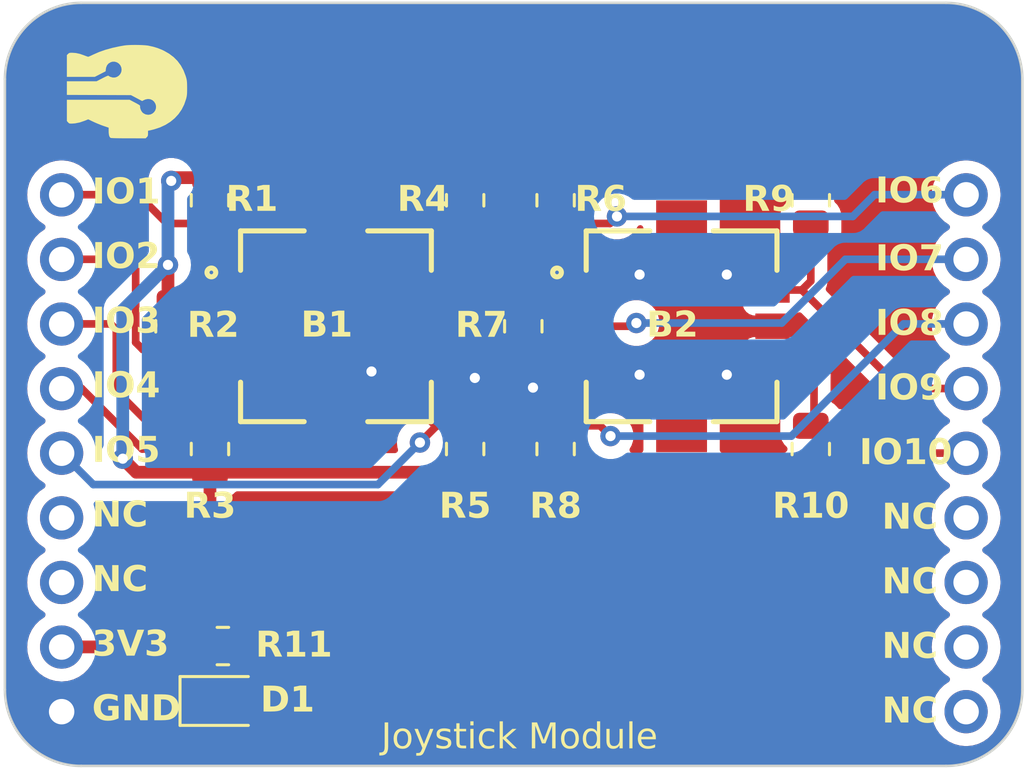
<source format=kicad_pcb>
(kicad_pcb (version 20240108) (generator "pcbnew") (generator_version "8.0")
  (layers (0 "F.Cu" signal) (31 "B.Cu" signal) (34 "B.Paste" user) (35 "F.Paste" user) (36 "B.SilkS" user "B.Silkscreen") (37 "F.SilkS" user "F.Silkscreen") (38 "B.Mask" user) (39 "F.Mask" user) (44 "Edge.Cuts" user))
  (net 0 "")
  (net 1 "GND")
  (net 2 "Net-(D1-A)")
  (net 3 "+3V3")
  (net 4 "/GPIO1")
  (net 5 "/GPIO2")
  (net 6 "/GPIO3")
  (net 7 "/GPIO4")
  (net 8 "/GPIO5")
  (net 9 "/GPIO6")
  (net 10 "/GPIO7")
  (net 11 "/GPIO8")
  (net 12 "/GPIO9")
  (net 13 "/GPIO10")
  (footprint "Resistor_SMD:R_0805_2012Metric" (layer "F.Cu") (at 78.867 78.74 -90)
    (property "Reference" "R2" (at 0 -1.524 180) (layer "F.SilkS") (effects (font (thickness 0.15) (bold yes))))
    (property "Value" "10k")
    (fp_line (start -0.227064 0.735) (end 0.227064 0.735) (stroke (width 0.12)) (layer "F.SilkS"))
    (fp_line (start -0.227064 -0.735) (end 0.227064 -0.735) (stroke (width 0.12)) (layer "F.SilkS"))
    (pad "1" smd roundrect (at -0.9125 0 270) (size 1.025 1.4) (layers "F.Cu" "F.Paste" "F.Mask") (roundrect_rratio 0.243902) (net 3 "+3V3"))
    (pad "2" smd roundrect (at 0.9125 0 270) (size 1.025 1.4) (layers "F.Cu" "F.Paste" "F.Mask") (roundrect_rratio 0.243902) (net 5 "/GPIO2"))
  )
  (footprint "SKRHAAE010:SKRHAAE010" (layer "F.Cu") (at 85.217 78.74)
    (property "Reference" "B1" (at -0.36 -0.01 0) (layer "F.SilkS") (effects (font (thickness 0.2) (bold yes))))
    (property "Value" "SKRHAAE010" (hide yes))
    (fp_line (start -3.75 -3.75) (end -3.75 -2.2) (stroke (width 0.2)) (layer "F.SilkS"))
    (fp_line (start -3.75 -3.75) (end -1.25 -3.75) (stroke (width 0.2)) (layer "F.SilkS"))
    (fp_line (start -3.75 3.75) (end -3.75 2.2) (stroke (width 0.2)) (layer "F.SilkS"))
    (fp_line (start -3.75 3.75) (end -1.25 3.75) (stroke (width 0.2)) (layer "F.SilkS"))
    (fp_line (start 3.75 -3.75) (end 1.25 -3.75) (stroke (width 0.2)) (layer "F.SilkS"))
    (fp_line (start 3.75 -3.75) (end 3.75 -2.2) (stroke (width 0.2)) (layer "F.SilkS"))
    (fp_line (start 3.75 3.75) (end 1.25 3.75) (stroke (width 0.2)) (layer "F.SilkS"))
    (fp_line (start 3.75 3.75) (end 3.75 2.2) (stroke (width 0.2)) (layer "F.SilkS"))
    (fp_circle (center -4.898 -2.116) (end -4.898 -2.04363) (stroke (width 0.2)) (fill none) (layer "F.SilkS"))
    (pad "1" smd rect (at -3.575 -1.425 90) (size 1 1.35) (layers "F.Cu" "F.Paste" "F.Mask") (net 4 "/GPIO1"))
    (pad "2" smd rect (at -3.575 0 90) (size 1 1.35) (layers "F.Cu" "F.Paste" "F.Mask") (net 5 "/GPIO2"))
    (pad "3" smd rect (at -3.575 1.425 90) (size 1 1.35) (layers "F.Cu" "F.Paste" "F.Mask") (net 6 "/GPIO3"))
    (pad "4" smd rect (at 3.575 -1.425 90) (size 1 1.35) (layers "F.Cu" "F.Paste" "F.Mask") (net 7 "/GPIO4"))
    (pad "5" smd rect (at 3.575 0 90) (size 1 1.35) (layers "F.Cu" "F.Paste" "F.Mask") (net 1 "GND"))
    (pad "6" smd rect (at 3.575 1.425 90) (size 1 1.35) (layers "F.Cu" "F.Paste" "F.Mask") (net 8 "/GPIO5"))
    (pad "7" smd rect (at 0 4.05 90) (size 1.8 2) (layers "F.Cu" "F.Paste" "F.Mask"))
    (pad "8" smd rect (at 0 -4.05 90) (size 1.8 2) (layers "F.Cu" "F.Paste" "F.Mask"))
  )
  (footprint "Resistor_SMD:R_0805_2012Metric" (layer "F.Cu") (at 90.297 73.787 90)
    (property "Reference" "R4" (at 0 -1.65 180) (layer "F.SilkS") (effects (font (thickness 0.15) (bold yes))))
    (property "Value" "10k")
    (fp_line (start -0.227064 -0.735) (end 0.227064 -0.735) (stroke (width 0.12)) (layer "F.SilkS"))
    (fp_line (start -0.227064 0.735) (end 0.227064 0.735) (stroke (width 0.12)) (layer "F.SilkS"))
    (pad "1" smd roundrect (at -0.9125 0 90) (size 1.025 1.4) (layers "F.Cu" "F.Paste" "F.Mask") (roundrect_rratio 0.243902) (net 7 "/GPIO4"))
    (pad "2" smd roundrect (at 0.9125 0 90) (size 1.025 1.4) (layers "F.Cu" "F.Paste" "F.Mask") (roundrect_rratio 0.243902) (net 3 "+3V3"))
  )
  (footprint "Resistor_SMD:R_0805_2012Metric" (layer "F.Cu") (at 103.886 73.787 90)
    (property "Reference" "R9" (at 0 -1.65 180) (layer "F.SilkS") (effects (font (thickness 0.15) (bold yes))))
    (property "Value" "10k")
    (fp_line (start -0.227064 -0.735) (end 0.227064 -0.735) (stroke (width 0.12)) (layer "F.SilkS"))
    (fp_line (start -0.227064 0.735) (end 0.227064 0.735) (stroke (width 0.12)) (layer "F.SilkS"))
    (pad "1" smd roundrect (at -0.9125 0 90) (size 1.025 1.4) (layers "F.Cu" "F.Paste" "F.Mask") (roundrect_rratio 0.243902) (net 12 "/GPIO9"))
    (pad "2" smd roundrect (at 0.9125 0 90) (size 1.025 1.4) (layers "F.Cu" "F.Paste" "F.Mask") (roundrect_rratio 0.243902) (net 3 "+3V3"))
  )
  (footprint "Resistor_SMD:R_0805_2012Metric" (layer "F.Cu") (at 90.297 83.566 -90)
    (property "Reference" "R5" (at 2.286 0 0) (layer "F.SilkS") (effects (font (thickness 0.15) (bold yes))))
    (property "Value" "10k")
    (fp_line (start -0.227064 0.735) (end 0.227064 0.735) (stroke (width 0.12)) (layer "F.SilkS"))
    (fp_line (start -0.227064 -0.735) (end 0.227064 -0.735) (stroke (width 0.12)) (layer "F.SilkS"))
    (pad "1" smd roundrect (at -0.9125 0 270) (size 1.025 1.4) (layers "F.Cu" "F.Paste" "F.Mask") (roundrect_rratio 0.243902) (net 8 "/GPIO5"))
    (pad "2" smd roundrect (at 0.9125 0 270) (size 1.025 1.4) (layers "F.Cu" "F.Paste" "F.Mask") (roundrect_rratio 0.243902) (net 3 "+3V3"))
  )
  (footprint "LED_SMD:LED_0805_2012Metric" (layer "F.Cu") (at 80.772 93.472)
    (property "Reference" "D1" (at 2.54 0 0) (layer "F.SilkS") (effects (font (thickness 0.15) (bold yes))))
    (property "Value" "LED")
    (fp_line (start -1.685 -0.96) (end -1.685 0.96) (stroke (width 0.12)) (layer "F.SilkS"))
    (fp_line (start -1.685 0.96) (end 1 0.96) (stroke (width 0.12)) (layer "F.SilkS"))
    (fp_line (start 1 -0.96) (end -1.685 -0.96) (stroke (width 0.12)) (layer "F.SilkS"))
    (pad "1" smd roundrect (at -0.9375 0) (size 0.975 1.4) (layers "F.Cu" "F.Paste" "F.Mask") (net 1 "GND"))
    (pad "2" smd roundrect (at 0.9375 0) (size 0.975 1.4) (layers "F.Cu" "F.Paste" "F.Mask") (net 2 "Net-(D1-A)"))
  )
  (footprint "Resistor_SMD:R_0805_2012Metric" (layer "F.Cu") (at 92.583 78.74 -90)
    (property "Reference" "R7" (at 0 1.651 0) (layer "F.SilkS") (effects (font (thickness 0.15) (bold yes))))
    (property "Value" "10k")
    (fp_line (start -0.227064 0.735) (end 0.227064 0.735) (stroke (width 0.12)) (layer "F.SilkS"))
    (fp_line (start -0.227064 -0.735) (end 0.227064 -0.735) (stroke (width 0.12)) (layer "F.SilkS"))
    (pad "1" smd roundrect (at -0.9125 0 270) (size 1.025 1.4) (layers "F.Cu" "F.Paste" "F.Mask") (roundrect_rratio 0.243902) (net 3 "+3V3"))
    (pad "2" smd roundrect (at 0.9125 0 270) (size 1.025 1.4) (layers "F.Cu" "F.Paste" "F.Mask") (roundrect_rratio 0.243902) (net 10 "/GPIO7"))
  )
  (footprint "Resistor_SMD:R_0805_2012Metric" (layer "F.Cu") (at 80.264 73.787 -90)
    (property "Reference" "R1" (at 0 -1.65 180) (layer "F.SilkS") (effects (font (thickness 0.15) (bold yes))))
    (property "Value" "10k")
    (fp_line (start -0.227064 0.735) (end 0.227064 0.735) (stroke (width 0.12)) (layer "F.SilkS"))
    (fp_line (start -0.227064 -0.735) (end 0.227064 -0.735) (stroke (width 0.12)) (layer "F.SilkS"))
    (pad "1" smd roundrect (at -0.9125 0 270) (size 1.025 1.4) (layers "F.Cu" "F.Paste" "F.Mask") (roundrect_rratio 0.243902) (net 3 "+3V3"))
    (pad "2" smd roundrect (at 0.9125 0 270) (size 1.025 1.4) (layers "F.Cu" "F.Paste" "F.Mask") (roundrect_rratio 0.243902) (net 4 "/GPIO1"))
  )
  (footprint "Resistor_SMD:R_0805_2012Metric" (layer "F.Cu") (at 80.772 91.313)
    (property "Reference" "R11" (at 2.794 0 0) (layer "F.SilkS") (effects (font (thickness 0.15) (bold yes))))
    (property "Value" "R")
    (fp_line (start -0.227064 -0.735) (end 0.227064 -0.735) (stroke (width 0.12)) (layer "F.SilkS"))
    (fp_line (start -0.227064 0.735) (end 0.227064 0.735) (stroke (width 0.12)) (layer "F.SilkS"))
    (pad "1" smd roundrect (at -0.9125 0) (size 1.025 1.4) (layers "F.Cu" "F.Paste" "F.Mask") (roundrect_rratio 0.243902) (net 3 "+3V3"))
    (pad "2" smd roundrect (at 0.9125 0) (size 1.025 1.4) (layers "F.Cu" "F.Paste" "F.Mask") (roundrect_rratio 0.243902) (net 2 "Net-(D1-A)"))
  )
  (footprint "Resistor_SMD:R_0805_2012Metric" (layer "F.Cu") (at 93.853 73.787 -90)
    (property "Reference" "R6" (at 0 -1.778 180) (layer "F.SilkS") (effects (font (thickness 0.15) (bold yes))))
    (property "Value" "10k")
    (fp_line (start -0.227064 0.735) (end 0.227064 0.735) (stroke (width 0.12)) (layer "F.SilkS"))
    (fp_line (start -0.227064 -0.735) (end 0.227064 -0.735) (stroke (width 0.12)) (layer "F.SilkS"))
    (pad "1" smd roundrect (at -0.9125 0 270) (size 1.025 1.4) (layers "F.Cu" "F.Paste" "F.Mask") (roundrect_rratio 0.243902) (net 3 "+3V3"))
    (pad "2" smd roundrect (at 0.9125 0 270) (size 1.025 1.4) (layers "F.Cu" "F.Paste" "F.Mask") (roundrect_rratio 0.243902) (net 9 "/GPIO6"))
  )
  (footprint "SKRHAAE010:SKRHAAE010" (layer "F.Cu") (at 98.806 78.74)
    (property "Reference" "B2" (at -0.36 -0.01 0) (layer "F.SilkS") (effects (font (thickness 0.2) (bold yes))))
    (property "Value" "SKRHAAE010" (hide yes))
    (fp_line (start -3.75 -3.75) (end -3.75 -2.2) (stroke (width 0.2)) (layer "F.SilkS"))
    (fp_line (start -3.75 -3.75) (end -1.25 -3.75) (stroke (width 0.2)) (layer "F.SilkS"))
    (fp_line (start -3.75 3.75) (end -3.75 2.2) (stroke (width 0.2)) (layer "F.SilkS"))
    (fp_line (start -3.75 3.75) (end -1.25 3.75) (stroke (width 0.2)) (layer "F.SilkS"))
    (fp_line (start 3.75 -3.75) (end 1.25 -3.75) (stroke (width 0.2)) (layer "F.SilkS"))
    (fp_line (start 3.75 -3.75) (end 3.75 -2.2) (stroke (width 0.2)) (layer "F.SilkS"))
    (fp_line (start 3.75 3.75) (end 1.25 3.75) (stroke (width 0.2)) (layer "F.SilkS"))
    (fp_line (start 3.75 3.75) (end 3.75 2.2) (stroke (width 0.2)) (layer "F.SilkS"))
    (fp_circle (center -4.898 -2.116) (end -4.898 -2.04363) (stroke (width 0.2)) (fill none) (layer "F.SilkS"))
    (pad "1" smd rect (at -3.575 -1.425 90) (size 1 1.35) (layers "F.Cu" "F.Paste" "F.Mask") (net 9 "/GPIO6"))
    (pad "2" smd rect (at -3.575 0 90) (size 1 1.35) (layers "F.Cu" "F.Paste" "F.Mask") (net 10 "/GPIO7"))
    (pad "3" smd rect (at -3.575 1.425 90) (size 1 1.35) (layers "F.Cu" "F.Paste" "F.Mask") (net 11 "/GPIO8"))
    (pad "4" smd rect (at 3.575 -1.425 90) (size 1 1.35) (layers "F.Cu" "F.Paste" "F.Mask") (net 12 "/GPIO9"))
    (pad "5" smd rect (at 3.575 0 90) (size 1 1.35) (layers "F.Cu" "F.Paste" "F.Mask") (net 1 "GND"))
    (pad "6" smd rect (at 3.575 1.425 90) (size 1 1.35) (layers "F.Cu" "F.Paste" "F.Mask") (net 13 "/GPIO10"))
    (pad "7" smd rect (at 0 4.05 90) (size 1.8 2) (layers "F.Cu" "F.Paste" "F.Mask"))
    (pad "8" smd rect (at 0 -4.05 90) (size 1.8 2) (layers "F.Cu" "F.Paste" "F.Mask"))
  )
  (footprint "Resistor_SMD:R_0805_2012Metric" (layer "F.Cu") (at 103.886 83.566 -90)
    (property "Reference" "R10" (at 2.286 0 180) (layer "F.SilkS") (effects (font (thickness 0.15) (bold yes))))
    (property "Value" "10k")
    (fp_line (start -0.227064 0.735) (end 0.227064 0.735) (stroke (width 0.12)) (layer "F.SilkS"))
    (fp_line (start -0.227064 -0.735) (end 0.227064 -0.735) (stroke (width 0.12)) (layer "F.SilkS"))
    (pad "1" smd roundrect (at -0.9125 0 270) (size 1.025 1.4) (layers "F.Cu" "F.Paste" "F.Mask") (roundrect_rratio 0.243902) (net 13 "/GPIO10"))
    (pad "2" smd roundrect (at 0.9125 0 270) (size 1.025 1.4) (layers "F.Cu" "F.Paste" "F.Mask") (roundrect_rratio 0.243902) (net 3 "+3V3"))
  )
  (footprint "air_module:air_module" (layer "F.Cu") (at 91.882 86.106)
    (property "Reference" "U1" (hide yes))
    (property "Value" "~")
    (fp_poly (pts (xy -14.409382 -18.424609) (xy -14.284373 -18.420345) (xy -14.172436 -18.41358) (xy -14.080802 -18.404375) (xy -14.041724 -18.398303) (xy -13.853269 -18.357149) (xy -13.683331 -18.306133) (xy -13.519369 -18.241174) (xy -13.429404 -18.199111) (xy -13.225809 -18.083691) (xy -13.047121 -17.948997) (xy -12.892918 -17.794515) (xy -12.762778 -17.619731) (xy -12.65628 -17.424131) (xy -12.573 -17.2072) (xy -12.549521 -17.127104) (xy -12.536759 -17.07492) (xy -12.527646 -17.022564) (xy -12.521606 -16.963179) (xy -12.518064 -16.889906) (xy -12.516445 -16.795888) (xy -12.51616 -16.729254) (xy -12.516471 -16.624139) (xy -12.518179 -16.54326) (xy -12.521973 -16.479269) (xy -12.528539 -16.424819) (xy -12.538566 -16.372562) (xy -12.552742 -16.315149) (xy -12.556087 -16.30258) (xy -12.629514 -16.087143) (xy -12.729163 -15.888572) (xy -12.853947 -15.707853) (xy -13.002778 -15.54597) (xy -13.174568 -15.403908) (xy -13.368231 -15.282653) (xy -13.582678 -15.183189) (xy -13.816822 -15.106501) (xy -13.899335 -15.086106) (xy -14.053347 -15.050981) (xy -14.053347 -14.949039) (xy -14.054887 -14.890965) (xy -14.061819 -14.853309) (xy -14.077607 -14.824956) (xy -14.09952 -14.800924) (xy -14.145693 -14.754751) (xy -14.822188 -14.755232) (xy -15.017354 -14.755779) (xy -15.180988 -14.757122) (xy -15.313136 -14.759262) (xy -15.413847 -14.762201) (xy -15.483171 -14.765939) (xy -15.521154 -14.770477) (xy -15.527806 -14.772641) (xy -15.563505 -14.810321) (xy -15.587341 -14.875416) (xy -15.599544 -14.968744) (xy -15.601382 -15.034623) (xy -15.601407 -15.173346) (xy -15.801123 -15.240942) (xy -15.897413 -15.275849) (xy -16.007494 -15.319396) (xy -16.117074 -15.365754) (xy -16.20292 -15.404809) (xy -16.405002 -15.50108) (xy -16.548858 -15.442837) (xy -16.738064 -15.37858) (xy -16.919457 -15.342673) (xy -17.036014 -15.334083) (xy -17.096368 -15.333393) (xy -17.134749 -15.336828) (xy -17.160749 -15.347281) (xy -17.183963 -15.367645) (xy -17.197923 -15.382892) (xy -17.244143 -15.434479) (xy -17.244143 -15.852824) (xy -17.244143 -16.271169) (xy -16.010726 -16.271169) (xy -14.77731 -16.271169) (xy -14.567601 -16.160489) (xy -14.48664 -16.117331) (xy -14.429866 -16.085528) (xy -14.393293 -16.062146) (xy -14.372934 -16.044251) (xy -14.364803 -16.028908) (xy -14.364911 -16.013181) (xy -14.365213 -16.01152) (xy -14.36356 -15.958395) (xy -14.345036 -15.893567) (xy -14.3142 -15.828542) (xy -14.27561 -15.774828) (xy -14.268562 -15.767605) (xy -14.220027 -15.731434) (xy -14.160444 -15.701004) (xy -14.138599 -15.693187) (xy -14.044845 -15.679294) (xy -13.957182 -15.692779) (xy -13.879309 -15.729553) (xy -13.814926 -15.785526) (xy -13.767732 -15.856611) (xy -13.741427 -15.938718) (xy -13.739711 -16.027758) (xy -13.761874 -16.109552) (xy -13.812507 -16.193911) (xy -13.88157 -16.255114) (xy -13.964389 -16.291555) (xy -14.056294 -16.301627) (xy -14.152611 -16.283725) (xy -14.204852 -16.261841) (xy -14.28573 -16.220921) (xy -14.505204 -16.336872) (xy -14.724678 -16.452824) (xy -15.98441 -16.457138) (xy -17.244143 -16.461453) (xy -17.244143 -16.72962) (xy -17.244143 -16.997786) (xy -16.659908 -16.997786) (xy -16.075673 -16.997786) (xy -15.84744 -17.11641) (xy -15.749428 -17.165928) (xy -15.676635 -17.199529) (xy -15.629594 -17.216985) (xy -15.608844 -17.218071) (xy -15.608333 -17.217439) (xy -15.588169 -17.200581) (xy -15.550213 -17.178859) (xy -15.532275 -17.170245) (xy -15.441144 -17.144115) (xy -15.35248 -17.145987) (xy -15.27045 -17.172316) (xy -15.19922 -17.219556) (xy -15.142957 -17.284165) (xy -15.105828 -17.362595) (xy -15.092 -17.451304) (xy -15.102599 -17.535769) (xy -15.139889 -17.622434) (xy -15.199 -17.691754) (xy -15.274232 -17.740831) (xy -15.359887 -17.766768) (xy -15.450265 -17.766666) (xy -15.518719 -17.747343) (xy -15.603564 -17.697205) (xy -15.664 -17.627479) (xy -15.700644 -17.537286) (xy -15.711338 -17.4743) (xy -15.719827 -17.390055) (xy -15.932045 -17.280799) (xy -16.144263 -17.171542) (xy -16.694203 -17.171542) (xy -17.244143 -17.171542) (xy -17.244143 -17.59925) (xy -17.244143 -18.026958) (xy -17.19797 -18.073131) (xy -17.171241 -18.097234) (xy -17.144844 -18.11106) (xy -17.108952 -18.117397) (xy -17.053736 -18.119029) (xy -17.036061 -18.119029) (xy -16.888934 -18.108389) (xy -16.737628 -18.076092) (xy -16.574707 -18.02053) (xy -16.567054 -18.017486) (xy -16.503947 -17.993107) (xy -16.450536 -17.974072) (xy -16.414495 -17.963039) (xy -16.404952 -17.961343) (xy -16.383132 -17.968004) (xy -16.339239 -17.986194) (xy -16.27941 -18.013224) (xy -16.209783 -18.046407) (xy -16.201562 -18.050428) (xy -15.977798 -18.148206) (xy -15.72745 -18.235531) (xy -15.454095 -18.311363) (xy -15.161304 -18.374665) (xy -14.977414 -18.406257) (xy -14.895512 -18.415422) (xy -14.790527 -18.421778) (xy -14.66969 -18.425387) (xy -14.540231 -18.42631)) (fill solid) (layer "F.SilkS"))
    (fp_line (start -19.68 -17.08) (end -19.68 6.92) (stroke (width 0.1)) (layer "Edge.Cuts"))
    (fp_line (start -16.68 9.92) (end 17.32 9.92) (stroke (width 0.1)) (layer "Edge.Cuts"))
    (fp_line (start 17.32 -20.08) (end -16.68 -20.08) (stroke (width 0.1)) (layer "Edge.Cuts"))
    (fp_line (start 20.32 6.92) (end 20.32 -17.08) (stroke (width 0.1)) (layer "Edge.Cuts"))
    (fp_arc (start -19.68 -17.08) (mid -18.80132 -19.20132) (end -16.68 -20.08) (stroke (width 0.1)) (layer "Edge.Cuts"))
    (fp_arc (start -16.68 9.92) (mid -18.80132 9.04132) (end -19.68 6.92) (stroke (width 0.1)) (layer "Edge.Cuts"))
    (fp_arc (start 17.32 -20.08) (mid 19.44132 -19.20132) (end 20.32 -17.08) (stroke (width 0.1)) (layer "Edge.Cuts"))
    (fp_arc (start 20.32 6.92) (mid 19.44132 9.04132) (end 17.32 9.92) (stroke (width 0.1)) (layer "Edge.Cuts"))
    (fp_text user "IO10" (at 13.909 -1.778 0) (layer "F.SilkS") (effects (font (thickness 0.2) (bold yes)) (justify left bottom)))
    (fp_text user "3V3" (at -16.256 5.7544 0) (layer "F.SilkS") (effects (font (thickness 0.2) (bold yes)) (justify left bottom)))
    (fp_text user "IO5" (at -16.256 -1.8656 0) (layer "F.SilkS") (effects (font (thickness 0.2) (bold yes)) (justify left bottom)))
    (fp_text user "IO9" (at 14.544 -4.318 0) (layer "F.SilkS") (effects (font (thickness 0.2) (bold yes)) (justify left bottom)))
    (fp_text user "IO3" (at -16.256 -6.9456 0) (layer "F.SilkS") (effects (font (thickness 0.2) (bold yes)) (justify left bottom)))
    (fp_text user "GND" (at -16.256 8.2944 0) (layer "F.SilkS") (effects (font (thickness 0.2) (bold yes)) (justify left bottom)))
    (fp_text user "Joystick Module" (at -4.887 9.398 0) (layer "F.SilkS") (effects (font (thickness 0.1)) (justify left bottom)))
    (fp_text user "IO1" (at -16.256 -12.0256 0) (layer "F.SilkS") (effects (font (thickness 0.2) (bold yes)) (justify left bottom)))
    (fp_text user "IO4" (at -16.256 -4.4056 0) (layer "F.SilkS") (effects (font (thickness 0.2) (bold yes)) (justify left bottom)))
    (fp_text user "IO2" (at -16.256 -9.4856 0) (layer "F.SilkS") (effects (font (thickness 0.2) (bold yes)) (justify left bottom)))
    (fp_text user "NC" (at 14.798 3.302 0) (layer "F.SilkS") (effects (font (thickness 0.2) (bold yes)) (justify left bottom)))
    (fp_text user "NC" (at 14.798 5.842 0) (layer "F.SilkS") (effects (font (thickness 0.2) (bold yes)) (justify left bottom)))
    (fp_text user "IO8" (at 14.544 -6.858 0) (layer "F.SilkS") (effects (font (thickness 0.2) (bold yes)) (justify left bottom)))
    (fp_text user "NC" (at -16.256 0.6744 0) (layer "F.SilkS") (effects (font (thickness 0.2) (bold yes)) (justify left bottom)))
    (fp_text user "IO6" (at 14.544 -12.065 0) (layer "F.SilkS") (effects (font (thickness 0.2) (bold yes)) (justify left bottom)))
    (fp_text user "NC" (at 14.798 0.762 0) (layer "F.SilkS") (effects (font (thickness 0.2) (bold yes)) (justify left bottom)))
    (fp_text user "NC" (at -16.256 3.2144 0) (layer "F.SilkS") (effects (font (thickness 0.2) (bold yes)) (justify left bottom)))
    (fp_text user "IO7" (at 14.544 -9.398 0) (layer "F.SilkS") (effects (font (thickness 0.2) (bold yes)) (justify left bottom)))
    (fp_text user "NC" (at 14.798 8.382 0) (layer "F.SilkS") (effects (font (thickness 0.2) (bold yes)) (justify left bottom)))
    (pad "1" thru_hole oval (at -17.4498 -12.5336) (size 1.7 1.7) (drill 1) (layers "*.Cu" "*.Mask") (net 4 "/GPIO1"))
    (pad "2" thru_hole oval (at -17.4498 -9.9936) (size 1.7 1.7) (drill 1) (layers "*.Cu" "*.Mask") (net 5 "/GPIO2"))
    (pad "3" thru_hole oval (at -17.4498 -7.4536) (size 1.7 1.7) (drill 1) (layers "*.Cu" "*.Mask") (net 6 "/GPIO3"))
    (pad "4" thru_hole oval (at -17.4498 -4.9136) (size 1.7 1.7) (drill 1) (layers "*.Cu" "*.Mask") (net 7 "/GPIO4"))
    (pad "5" thru_hole oval (at -17.4498 -2.3736) (size 1.7 1.7) (drill 1) (layers "*.Cu" "*.Mask") (net 8 "/GPIO5"))
    (pad "6" thru_hole oval (at -17.4498 0.1664) (size 1.7 1.7) (drill 1) (layers "*.Cu" "*.Mask"))
    (pad "7" thru_hole oval (at -17.4498 2.7064) (size 1.7 1.7) (drill 1) (layers "*.Cu" "*.Mask"))
    (pad "8" thru_hole oval (at -17.4498 5.2464) (size 1.7 1.7) (drill 1) (layers "*.Cu" "*.Mask") (net 3 "+3V3"))
    (pad "9" thru_hole oval (at -17.4498 7.7864) (size 1.7 1.7) (drill 1) (layers "*.Cu" "*.Mask") (net 1 "GND"))
    (pad "10" thru_hole oval (at 18.1102 7.7864) (size 1.7 1.7) (drill 1) (layers "*.Cu" "*.Mask"))
    (pad "11" thru_hole oval (at 18.1102 5.2464) (size 1.7 1.7) (drill 1) (layers "*.Cu" "*.Mask"))
    (pad "12" thru_hole oval (at 18.1102 2.7064) (size 1.7 1.7) (drill 1) (layers "*.Cu" "*.Mask"))
    (pad "13" thru_hole oval (at 18.1102 0.1664) (size 1.7 1.7) (drill 1) (layers "*.Cu" "*.Mask"))
    (pad "14" thru_hole oval (at 18.1102 -2.3736) (size 1.7 1.7) (drill 1) (layers "*.Cu" "*.Mask") (net 13 "/GPIO10"))
    (pad "15" thru_hole oval (at 18.1102 -4.9136) (size 1.7 1.7) (drill 1) (layers "*.Cu" "*.Mask") (net 12 "/GPIO9"))
    (pad "16" thru_hole oval (at 18.1102 -7.4536) (size 1.7 1.7) (drill 1) (layers "*.Cu" "*.Mask") (net 11 "/GPIO8"))
    (pad "17" thru_hole oval (at 18.1102 -9.9936) (size 1.7 1.7) (drill 1) (layers "*.Cu" "*.Mask") (net 10 "/GPIO7"))
    (pad "18" thru_hole oval (at 18.1102 -12.5336) (size 1.7 1.7) (drill 1) (layers "*.Cu" "*.Mask") (net 9 "/GPIO6"))
  )
  (footprint "Resistor_SMD:R_0805_2012Metric" (layer "F.Cu") (at 93.853 83.566 90)
    (property "Reference" "R8" (at -2.286 0 180) (layer "F.SilkS") (effects (font (thickness 0.15) (bold yes))))
    (property "Value" "10k")
    (fp_line (start -0.227064 -0.735) (end 0.227064 -0.735) (stroke (width 0.12)) (layer "F.SilkS"))
    (fp_line (start -0.227064 0.735) (end 0.227064 0.735) (stroke (width 0.12)) (layer "F.SilkS"))
    (pad "1" smd roundrect (at -0.9125 0 90) (size 1.025 1.4) (layers "F.Cu" "F.Paste" "F.Mask") (roundrect_rratio 0.243902) (net 3 "+3V3"))
    (pad "2" smd roundrect (at 0.9125 0 90) (size 1.025 1.4) (layers "F.Cu" "F.Paste" "F.Mask") (roundrect_rratio 0.243902) (net 11 "/GPIO8"))
  )
  (footprint "Resistor_SMD:R_0805_2012Metric" (layer "F.Cu") (at 80.264 83.566 90)
    (property "Reference" "R3" (at -2.286 0 180) (layer "F.SilkS") (effects (font (thickness 0.15) (bold yes))))
    (property "Value" "10k")
    (fp_line (start -0.227064 -0.735) (end 0.227064 -0.735) (stroke (width 0.12)) (layer "F.SilkS"))
    (fp_line (start -0.227064 0.735) (end 0.227064 0.735) (stroke (width 0.12)) (layer "F.SilkS"))
    (pad "1" smd roundrect (at -0.9125 0 90) (size 1.025 1.4) (layers "F.Cu" "F.Paste" "F.Mask") (roundrect_rratio 0.243902) (net 3 "+3V3"))
    (pad "2" smd roundrect (at 0.9125 0 90) (size 1.025 1.4) (layers "F.Cu" "F.Paste" "F.Mask") (roundrect_rratio 0.243902) (net 6 "/GPIO3"))
  )
  (via (at 97.155 80.645) (size 0.8) (drill 0.4) (layers "F.Cu" "B.Cu") (net 1))
  (via (at 90.678 80.772) (size 0.8) (drill 0.4) (layers "F.Cu" "B.Cu") (net 1))
  (via (at 100.584 80.645) (size 0.8) (drill 0.4) (layers "F.Cu" "B.Cu") (net 1))
  (via (at 86.614 80.518) (size 0.8) (drill 0.4) (layers "F.Cu" "B.Cu") (net 1))
  (via (at 92.964 81.153) (size 0.8) (drill 0.4) (layers "F.Cu" "B.Cu") (net 1))
  (via (at 100.584 76.708) (size 0.8) (drill 0.4) (layers "F.Cu" "B.Cu") (net 1))
  (via (at 97.155 76.708) (size 0.8) (drill 0.4) (layers "F.Cu" "B.Cu") (net 1))
  (segment (start 81.6845 93.447) (end 81.7095 93.472) (width 0.5) (layer "F.Cu") (net 2))
  (segment (start 81.6845 91.313) (end 81.6845 93.447) (width 0.5) (layer "F.Cu") (net 2))
  (segment (start 74.441877 91.34752) (end 79.82498 91.34752) (width 0.5) (layer "F.Cu") (net 3))
  (segment (start 92.075 72.8745) (end 80.264 72.8745) (width 0.5) (layer "F.Cu") (net 3))
  (segment (start 79.82498 91.34752) (end 79.8595 91.313) (width 0.5) (layer "F.Cu") (net 3))
  (segment (start 77.3665 84.4785) (end 80.264 84.4785) (width 0.5) (layer "F.Cu") (net 3))
  (segment (start 79.8595 91.313) (end 79.8595 86.1295) (width 0.5) (layer "F.Cu") (net 3))
  (segment (start 92.075 75.819) (end 92.075 72.8745) (width 0.5) (layer "F.Cu") (net 3))
  (segment (start 78.867 72.898) (end 80.2405 72.898) (width 0.5) (layer "F.Cu") (net 3))
  (segment (start 92.583 77.8275) (end 92.583 76.327) (width 0.5) (layer "F.Cu") (net 3))
  (segment (start 92.583 76.327) (end 92.075 75.819) (width 0.5) (layer "F.Cu") (net 3))
  (segment (start 80.264 84.4785) (end 80.264 85.725) (width 0.5) (layer "F.Cu") (net 3))
  (segment (start 78.613 77.5735) (end 78.867 77.8275) (width 0.5) (layer "F.Cu") (net 3))
  (segment (start 103.886 72.8745) (end 92.075 72.8745) (width 0.5) (layer "F.Cu") (net 3))
  (segment (start 80.264 84.4785) (end 93.853 84.4785) (width 0.5) (layer "F.Cu") (net 3))
  (segment (start 78.74 73.025) (end 78.867 72.898) (width 0.5) (layer "F.Cu") (net 3))
  (segment (start 76.835 83.947) (end 77.3665 84.4785) (width 0.5) (layer "F.Cu") (net 3))
  (segment (start 80.2405 72.898) (end 80.264 72.8745) (width 0.5) (layer "F.Cu") (net 3))
  (segment (start 93.853 84.4785) (end 103.886 84.4785) (width 0.5) (layer "F.Cu") (net 3))
  (segment (start 79.8595 86.1295) (end 80.264 85.725) (width 0.5) (layer "F.Cu") (net 3))
  (segment (start 78.613 76.327) (end 78.613 77.5735) (width 0.5) (layer "F.Cu") (net 3))
  (via (at 76.835 83.947) (size 0.8) (drill 0.4) (layers "F.Cu" "B.Cu") (net 3))
  (via (at 78.613 76.327) (size 0.8) (drill 0.4) (layers "F.Cu" "B.Cu") (net 3))
  (via (at 78.74 73.025) (size 0.8) (drill 0.4) (layers "F.Cu" "B.Cu") (net 3))
  (segment (start 78.613 76.327) (end 78.613 73.152) (width 0.5) (layer "B.Cu") (net 3))
  (segment (start 76.835 78.105) (end 78.613 76.327) (width 0.5) (layer "B.Cu") (net 3))
  (segment (start 76.835 83.947) (end 76.835 78.105) (width 0.5) (layer "B.Cu") (net 3))
  (segment (start 78.613 73.152) (end 78.74 73.025) (width 0.5) (layer "B.Cu") (net 3))
  (segment (start 80.264 74.6995) (end 81.4305 74.6995) (width 0.3) (layer "F.Cu") (net 4))
  (segment (start 81.4305 74.6995) (end 81.642 74.911) (width 0.3) (layer "F.Cu") (net 4))
  (segment (start 80.264 74.6995) (end 78.573 74.6995) (width 0.3) (layer "F.Cu") (net 4))
  (segment (start 78.573 74.6995) (end 77.44102 73.56752) (width 0.3) (layer "F.Cu") (net 4))
  (segment (start 77.44102 73.56752) (end 74.441877 73.56752) (width 0.3) (layer "F.Cu") (net 4))
  (segment (start 81.642 74.911) (end 81.642 77.315) (width 0.3) (layer "F.Cu") (net 4))
  (segment (start 79.8595 79.6525) (end 80.772 78.74) (width 0.3) (layer "F.Cu") (net 5))
  (segment (start 78.867 79.6525) (end 79.8595 79.6525) (width 0.3) (layer "F.Cu") (net 5))
  (segment (start 76.99652 76.10752) (end 74.441877 76.10752) (width 0.3) (layer "F.Cu") (net 5))
  (segment (start 80.772 78.74) (end 81.642 78.74) (width 0.3) (layer "F.Cu") (net 5))
  (segment (start 77.6205 79.6525) (end 77.343 79.375) (width 0.3) (layer "F.Cu") (net 5))
  (segment (start 77.343 76.454) (end 76.99652 76.10752) (width 0.3) (layer "F.Cu") (net 5))
  (segment (start 78.867 79.6525) (end 77.6205 79.6525) (width 0.3) (layer "F.Cu") (net 5))
  (segment (start 77.343 79.375) (end 77.343 76.454) (width 0.3) (layer "F.Cu") (net 5))
  (segment (start 76.581 78.867) (end 76.36152 78.64752) (width 0.3) (layer "F.Cu") (net 6))
  (segment (start 77.9545 82.6535) (end 76.581 81.28) (width 0.3) (layer "F.Cu") (net 6))
  (segment (start 80.264 82.6535) (end 77.9545 82.6535) (width 0.3) (layer "F.Cu") (net 6))
  (segment (start 80.264 81.915) (end 80.264 82.6535) (width 0.3) (layer "F.Cu") (net 6))
  (segment (start 76.581 81.28) (end 76.581 78.867) (width 0.3) (layer "F.Cu") (net 6))
  (segment (start 76.36152 78.64752) (end 74.441877 78.64752) (width 0.3) (layer "F.Cu") (net 6))
  (segment (start 81.642 80.537) (end 80.264 81.915) (width 0.3) (layer "F.Cu") (net 6))
  (segment (start 81.642 80.165) (end 81.642 80.537) (width 0.3) (layer "F.Cu") (net 6))
  (segment (start 81.566 83.566) (end 77.597 83.566) (width 0.3) (layer "F.Cu") (net 7))
  (segment (start 77.597 83.566) (end 75.21852 81.18752) (width 0.3) (layer "F.Cu") (net 7))
  (segment (start 88.792 77.315) (end 87.817 77.315) (width 0.3) (layer "F.Cu") (net 7))
  (segment (start 87.817 77.315) (end 81.566 83.566) (width 0.3) (layer "F.Cu") (net 7))
  (segment (start 75.21852 81.18752) (end 74.441877 81.18752) (width 0.3) (layer "F.Cu") (net 7))
  (segment (start 89.817 77.315) (end 88.792 77.315) (width 0.3) (layer "F.Cu") (net 7))
  (segment (start 90.297 76.835) (end 89.817 77.315) (width 0.3) (layer "F.Cu") (net 7))
  (segment (start 90.297 74.6995) (end 90.297 76.835) (width 0.3) (layer "F.Cu") (net 7))
  (segment (start 90.297 82.6535) (end 89.1305 82.6535) (width 0.3) (layer "F.Cu") (net 8))
  (segment (start 88.792 82.277) (end 88.792 80.165) (width 0.3) (layer "F.Cu") (net 8))
  (segment (start 90.297 82.6535) (end 89.1775 82.6535) (width 0.3) (layer "F.Cu") (net 8))
  (segment (start 89.1305 82.6535) (end 88.773 82.296) (width 0.3) (layer "F.Cu") (net 8))
  (segment (start 88.773 82.296) (end 88.792 82.277) (width 0.3) (layer "F.Cu") (net 8))
  (segment (start 89.1775 82.6535) (end 88.519 83.312) (width 0.3) (layer "F.Cu") (net 8))
  (via (at 88.519 83.312) (size 0.8) (drill 0.4) (layers "F.Cu" "B.Cu") (net 8))
  (segment (start 86.868 84.963) (end 75.677357 84.963) (width 0.3) (layer "B.Cu") (net 8))
  (segment (start 88.519 83.312) (end 86.868 84.963) (width 0.3) (layer "B.Cu") (net 8))
  (segment (start 75.677357 84.963) (end 74.441877 83.72752) (width 0.3) (layer "B.Cu") (net 8))
  (segment (start 95.231 77.315) (end 95.231 75.165) (width 0.3) (layer "F.Cu") (net 9))
  (segment (start 93.853 74.6995) (end 95.9885 74.6995) (width 0.3) (layer "F.Cu") (net 9))
  (segment (start 95.231 75.165) (end 94.7655 74.6995) (width 0.3) (layer "F.Cu") (net 9))
  (segment (start 94.7655 74.6995) (end 93.853 74.6995) (width 0.3) (layer "F.Cu") (net 9))
  (segment (start 95.9885 74.6995) (end 96.266 74.422) (width 0.3) (layer "F.Cu") (net 9))
  (via (at 96.266 74.422) (size 0.8) (drill 0.4) (layers "F.Cu" "B.Cu") (net 9))
  (segment (start 96.266 74.422) (end 105.537 74.422) (width 0.3) (layer "B.Cu") (net 9))
  (segment (start 106.39148 73.56752) (end 110.001877 73.56752) (width 0.3) (layer "B.Cu") (net 9))
  (segment (start 105.537 74.422) (end 106.39148 73.56752) (width 0.3) (layer "B.Cu") (net 9))
  (segment (start 92.583 79.6525) (end 92.9405 79.6525) (width 0.3) (layer "F.Cu") (net 10))
  (segment (start 92.9405 79.6525) (end 93.853 78.74) (width 0.3) (layer "F.Cu") (net 10))
  (segment (start 96.901 78.74) (end 97.028 78.613) (width 0.3) (layer "F.Cu") (net 10))
  (segment (start 95.231 78.74) (end 96.901 78.74) (width 0.3) (layer "F.Cu") (net 10))
  (segment (start 93.853 78.74) (end 95.231 78.74) (width 0.3) (layer "F.Cu") (net 10))
  (via (at 97.028 78.613) (size 0.8) (drill 0.4) (layers "F.Cu" "B.Cu") (net 10))
  (segment (start 97.028 78.613) (end 102.743 78.613) (width 0.3) (layer "B.Cu") (net 10))
  (segment (start 105.24848 76.10752) (end 110.001877 76.10752) (width 0.3) (layer "B.Cu") (net 10))
  (segment (start 102.743 78.613) (end 105.24848 76.10752) (width 0.3) (layer "B.Cu") (net 10))
  (segment (start 95.231 82.188) (end 95.231 80.165) (width 0.3) (layer "F.Cu") (net 11))
  (segment (start 93.853 82.6535) (end 94.7655 82.6535) (width 0.3) (layer "F.Cu") (net 11))
  (segment (start 95.6075 82.6535) (end 96.012 83.058) (width 0.3) (layer "F.Cu") (net 11))
  (segment (start 93.853 82.6535) (end 95.6075 82.6535) (width 0.3) (layer "F.Cu") (net 11))
  (segment (start 94.7655 82.6535) (end 95.231 82.188) (width 0.3) (layer "F.Cu") (net 11))
  (via (at 96.012 83.058) (size 0.8) (drill 0.4) (layers "F.Cu" "B.Cu") (net 11))
  (segment (start 96.012 83.058) (end 103.124 83.058) (width 0.3) (layer "B.Cu") (net 11))
  (segment (start 103.124 83.058) (end 107.53448 78.64752) (width 0.3) (layer "B.Cu") (net 11))
  (segment (start 107.53448 78.64752) (end 110.001877 78.64752) (width 0.3) (layer "B.Cu") (net 11))
  (segment (start 103.886 76.962) (end 103.533 77.315) (width 0.3) (layer "F.Cu") (net 12))
  (segment (start 103.886 74.6995) (end 103.886 76.962) (width 0.3) (layer "F.Cu") (net 12))
  (segment (start 103.533 77.315) (end 107.40552 81.18752) (width 0.3) (layer "F.Cu") (net 12))
  (segment (start 103.533 77.315) (end 102.381 77.315) (width 0.3) (layer "F.Cu") (net 12))
  (segment (start 107.40552 81.18752) (end 110.001877 81.18752) (width 0.3) (layer "F.Cu") (net 12))
  (segment (start 102.381 80.165) (end 103.533 80.165) (width 0.3) (layer "F.Cu") (net 13))
  (segment (start 103.533 80.165) (end 104.013 80.645) (width 0.3) (layer "F.Cu") (net 13))
  (segment (start 106.46052 83.72752) (end 110.001877 83.72752) (width 0.3) (layer "F.Cu") (net 13))
  (segment (start 104.013 82.5265) (end 103.886 82.6535) (width 0.3) (layer "F.Cu") (net 13))
  (segment (start 103.886 82.6535) (end 105.3865 82.6535) (width 0.3) (layer "F.Cu") (net 13))
  (segment (start 104.013 80.645) (end 104.013 82.5265) (width 0.3) (layer "F.Cu") (net 13))
  (segment (start 105.3865 82.6535) (end 106.46052 83.72752) (width 0.3) (layer "F.Cu") (net 13))
  (zone (net 1) (net_name "GND") (layers "F&B.Cu") (connect_pads yes (clearance 0.5)) (min_thickness 0.25) (fill yes (thermal_gap 0.5) (thermal_bridge_width 0.5))
    (polygon (pts (xy 112.268 65.913) (xy 112.268 96.139) (xy 72.009 96.139) (xy 72.009 65.913)))
  )
)
</source>
